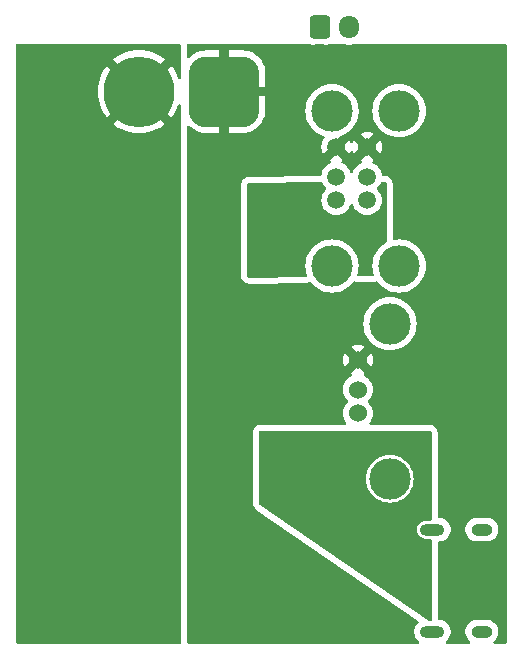
<source format=gbr>
%TF.GenerationSoftware,KiCad,Pcbnew,8.0.3*%
%TF.CreationDate,2024-06-16T21:04:04+09:00*%
%TF.ProjectId,USB_power,5553425f-706f-4776-9572-2e6b69636164,rev?*%
%TF.SameCoordinates,PX79d7e50PY830c570*%
%TF.FileFunction,Copper,L2,Bot*%
%TF.FilePolarity,Positive*%
%FSLAX46Y46*%
G04 Gerber Fmt 4.6, Leading zero omitted, Abs format (unit mm)*
G04 Created by KiCad (PCBNEW 8.0.3) date 2024-06-16 21:04:04*
%MOMM*%
%LPD*%
G01*
G04 APERTURE LIST*
G04 Aperture macros list*
%AMRoundRect*
0 Rectangle with rounded corners*
0 $1 Rounding radius*
0 $2 $3 $4 $5 $6 $7 $8 $9 X,Y pos of 4 corners*
0 Add a 4 corners polygon primitive as box body*
4,1,4,$2,$3,$4,$5,$6,$7,$8,$9,$2,$3,0*
0 Add four circle primitives for the rounded corners*
1,1,$1+$1,$2,$3*
1,1,$1+$1,$4,$5*
1,1,$1+$1,$6,$7*
1,1,$1+$1,$8,$9*
0 Add four rect primitives between the rounded corners*
20,1,$1+$1,$2,$3,$4,$5,0*
20,1,$1+$1,$4,$5,$6,$7,0*
20,1,$1+$1,$6,$7,$8,$9,0*
20,1,$1+$1,$8,$9,$2,$3,0*%
G04 Aperture macros list end*
%TA.AperFunction,ComponentPad*%
%ADD10R,1.524000X1.524000*%
%TD*%
%TA.AperFunction,ComponentPad*%
%ADD11C,1.524000*%
%TD*%
%TA.AperFunction,ComponentPad*%
%ADD12C,3.500000*%
%TD*%
%TA.AperFunction,ComponentPad*%
%ADD13O,2.100000X1.000000*%
%TD*%
%TA.AperFunction,ComponentPad*%
%ADD14O,1.800000X1.000000*%
%TD*%
%TA.AperFunction,ComponentPad*%
%ADD15RoundRect,0.250000X-0.600000X-0.725000X0.600000X-0.725000X0.600000X0.725000X-0.600000X0.725000X0*%
%TD*%
%TA.AperFunction,ComponentPad*%
%ADD16O,1.700000X1.950000*%
%TD*%
%TA.AperFunction,ComponentPad*%
%ADD17R,1.500000X1.500000*%
%TD*%
%TA.AperFunction,ComponentPad*%
%ADD18C,1.500000*%
%TD*%
%TA.AperFunction,ComponentPad*%
%ADD19RoundRect,1.500000X1.500000X1.500000X-1.500000X1.500000X-1.500000X-1.500000X1.500000X-1.500000X0*%
%TD*%
%TA.AperFunction,ComponentPad*%
%ADD20C,6.000000*%
%TD*%
%TA.AperFunction,ViaPad*%
%ADD21C,0.600000*%
%TD*%
%TA.AperFunction,ViaPad*%
%ADD22C,1.200000*%
%TD*%
G04 APERTURE END LIST*
D10*
%TO.P,J5,1,VBUS*%
%TO.N,+5V*%
X29457018Y24378482D03*
D11*
%TO.P,J5,2,D-*%
%TO.N,unconnected-(J5-D--Pad2)*%
X29457018Y26878482D03*
%TO.P,J5,3,D+*%
%TO.N,unconnected-(J5-D+-Pad3)*%
X29457018Y28878482D03*
%TO.P,J5,4,GND*%
%TO.N,GND*%
X29457018Y31378482D03*
D12*
%TO.P,J5,5,Shield*%
%TO.N,unconnected-(J5-Shield-Pad5)_0*%
X32167018Y21308482D03*
%TO.N,unconnected-(J5-Shield-Pad5)*%
X32167018Y34448482D03*
%TD*%
D13*
%TO.P,J4,S1,SHIELD*%
%TO.N,unconnected-(J4-SHIELD-PadS1)_2*%
X35762518Y8374482D03*
D14*
%TO.N,unconnected-(J4-SHIELD-PadS1)_0*%
X39942518Y8374482D03*
D13*
%TO.N,unconnected-(J4-SHIELD-PadS1)*%
X35762518Y17014482D03*
D14*
%TO.N,unconnected-(J4-SHIELD-PadS1)_1*%
X39942518Y17014482D03*
%TD*%
D15*
%TO.P,J3,1,Pin_1*%
%TO.N,GND*%
X26207518Y59557482D03*
D16*
%TO.P,J3,2,Pin_2*%
%TO.N,+BATT*%
X28707518Y59557482D03*
%TD*%
D17*
%TO.P,J2,1,VBUS1*%
%TO.N,+5VP*%
X30231518Y42412482D03*
D18*
%TO.P,J2,2,D1-*%
%TO.N,unconnected-(J2-D1--Pad2)*%
X30231518Y44912482D03*
%TO.P,J2,3,D1+*%
%TO.N,unconnected-(J2-D1+-Pad3)*%
X30231518Y46912482D03*
%TO.P,J2,4,GND1*%
%TO.N,GND*%
X30231518Y49412482D03*
%TO.P,J2,5,VBUS2*%
%TO.N,+5VP*%
X27611518Y42412482D03*
%TO.P,J2,6,D2-*%
%TO.N,unconnected-(J2-D2--Pad6)*%
X27611518Y44912482D03*
%TO.P,J2,7,D2+*%
%TO.N,unconnected-(J2-D2+-Pad7)*%
X27611518Y46912482D03*
%TO.P,J2,8,GND2*%
%TO.N,GND*%
X27611518Y49412482D03*
D12*
%TO.P,J2,9,Shield*%
%TO.N,unconnected-(J2-Shield-Pad9)*%
X32941518Y39342482D03*
%TO.N,unconnected-(J2-Shield-Pad9)_1*%
X32941518Y52482482D03*
%TO.N,unconnected-(J2-Shield-Pad9)_0*%
X27261518Y39342482D03*
%TO.N,unconnected-(J2-Shield-Pad9)_2*%
X27261518Y52482482D03*
%TD*%
D19*
%TO.P,J1,1,Pin_1*%
%TO.N,GND*%
X18127518Y54096482D03*
D20*
%TO.P,J1,2,Pin_2*%
%TO.N,+BATT*%
X10927518Y54096482D03*
%TD*%
D21*
%TO.N,GND*%
X15626518Y34284482D03*
X18293518Y26791482D03*
X18293518Y9392482D03*
X15626518Y38983482D03*
D22*
X38867518Y15107482D03*
D21*
X15753518Y17774482D03*
D22*
X37216518Y10154482D03*
D21*
X18293518Y28442482D03*
X15753518Y28442482D03*
D22*
X37191118Y15107482D03*
X38867518Y10154482D03*
D21*
X18293518Y8122482D03*
D22*
X29723518Y8630482D03*
D21*
X23373518Y28442482D03*
X15753518Y26791482D03*
D22*
X40645518Y10154482D03*
D21*
X15626518Y35935482D03*
D22*
X33279518Y8630482D03*
X40645518Y15107482D03*
X31501518Y8630482D03*
D21*
X15753518Y19298482D03*
X19817518Y8122482D03*
X15753518Y16250482D03*
X15753518Y14726482D03*
X15626518Y37459482D03*
X25913518Y28442482D03*
D22*
X21214518Y14853482D03*
%TO.N,+5V*%
X33279518Y11932482D03*
D21*
X33406518Y16123482D03*
X33406518Y17901482D03*
D22*
X24135518Y20568482D03*
X26040518Y20568482D03*
D21*
X31247518Y16123482D03*
D22*
X33279518Y14345482D03*
X22230518Y20568482D03*
D21*
X31247518Y17901482D03*
%TO.N,+BATT*%
X1275518Y51302482D03*
X7117518Y24632482D03*
X1275518Y13202482D03*
X1275518Y10662482D03*
X3815518Y20822482D03*
X3815518Y18282482D03*
X9149518Y28442482D03*
X7117518Y26664482D03*
X1275518Y23362482D03*
X3815518Y15742482D03*
X1275518Y18282482D03*
X3815518Y48762482D03*
X11181518Y28442482D03*
X1275518Y15742482D03*
X3815518Y10662482D03*
X1275518Y28442482D03*
X3815518Y25902482D03*
X3815518Y13202482D03*
X3815518Y30982482D03*
X1275518Y41142482D03*
X3815518Y38602482D03*
X3815518Y41142482D03*
X1275518Y36062482D03*
X1275518Y33522482D03*
X3815518Y23362482D03*
X9149518Y26664482D03*
X3815518Y43682482D03*
X1275518Y43682482D03*
X1275518Y38602482D03*
X1275518Y53842482D03*
X11181518Y26664482D03*
X1275518Y20822482D03*
X3815518Y46222482D03*
X1275518Y30982482D03*
X1275518Y46222482D03*
X3815518Y28442482D03*
X1275518Y25902482D03*
X3815518Y36062482D03*
X1275518Y48762482D03*
X1275518Y56382482D03*
X3815518Y33522482D03*
%TO.N,+5VP*%
X20579518Y43809482D03*
X22040018Y42285482D03*
X22040018Y43809482D03*
X23500518Y43809482D03*
X23500518Y42285482D03*
X20579518Y42285482D03*
%TD*%
%TA.AperFunction,Conductor*%
%TO.N,GND*%
G36*
X25281428Y58150059D02*
G01*
X25281540Y58150396D01*
X25284845Y58149301D01*
X25286802Y58148867D01*
X25288393Y58148126D01*
X25454820Y58092977D01*
X25454827Y58092976D01*
X25557537Y58082483D01*
X25807517Y58082483D01*
X25807518Y58082484D01*
X25807518Y58160482D01*
X26607518Y58160482D01*
X26607518Y58082483D01*
X26857490Y58082483D01*
X26857504Y58082484D01*
X26960215Y58092977D01*
X27126642Y58148125D01*
X27128234Y58148867D01*
X27130190Y58149301D01*
X27133496Y58150396D01*
X27133607Y58150059D01*
X27180633Y58160482D01*
X28232383Y58160482D01*
X28270701Y58154413D01*
X28391275Y58115236D01*
X28601231Y58081982D01*
X28601232Y58081982D01*
X28813804Y58081982D01*
X28813805Y58081982D01*
X29023761Y58115236D01*
X29144335Y58154413D01*
X29182653Y58160482D01*
X41926018Y58160482D01*
X41993057Y58140797D01*
X42038812Y58087993D01*
X42050018Y58036482D01*
X42050018Y7484482D01*
X42030333Y7417443D01*
X41977529Y7371688D01*
X41926018Y7360482D01*
X41034586Y7360482D01*
X40967547Y7380167D01*
X40921792Y7432971D01*
X40911848Y7502129D01*
X40940873Y7565685D01*
X40965696Y7587584D01*
X40976372Y7594719D01*
X40980300Y7597343D01*
X41119657Y7736700D01*
X41229150Y7900568D01*
X41304569Y8082647D01*
X41343018Y8275941D01*
X41343018Y8473023D01*
X41343018Y8473026D01*
X41304570Y8666312D01*
X41304569Y8666313D01*
X41304569Y8666317D01*
X41304567Y8666322D01*
X41229153Y8848390D01*
X41229146Y8848403D01*
X41119657Y9012264D01*
X41119654Y9012268D01*
X40980303Y9151619D01*
X40980299Y9151622D01*
X40816438Y9261111D01*
X40816425Y9261118D01*
X40634357Y9336532D01*
X40634347Y9336535D01*
X40441061Y9374982D01*
X40441059Y9374982D01*
X39443977Y9374982D01*
X39443975Y9374982D01*
X39250688Y9336535D01*
X39250678Y9336532D01*
X39068610Y9261118D01*
X39068597Y9261111D01*
X38904736Y9151622D01*
X38904732Y9151619D01*
X38765381Y9012268D01*
X38765378Y9012264D01*
X38655889Y8848403D01*
X38655882Y8848390D01*
X38580468Y8666322D01*
X38580465Y8666312D01*
X38542018Y8473026D01*
X38542018Y8473023D01*
X38542018Y8275941D01*
X38542018Y8275939D01*
X38542017Y8275939D01*
X38580465Y8082653D01*
X38580468Y8082643D01*
X38655882Y7900575D01*
X38655889Y7900562D01*
X38765378Y7736701D01*
X38765381Y7736697D01*
X38904732Y7597346D01*
X38904740Y7597340D01*
X38919340Y7587584D01*
X38964146Y7533972D01*
X38972853Y7464647D01*
X38942699Y7401620D01*
X38883256Y7364900D01*
X38850450Y7360482D01*
X37004586Y7360482D01*
X36937547Y7380167D01*
X36891792Y7432971D01*
X36881848Y7502129D01*
X36910873Y7565685D01*
X36935696Y7587584D01*
X36946372Y7594719D01*
X36950300Y7597343D01*
X37089657Y7736700D01*
X37199150Y7900568D01*
X37274569Y8082647D01*
X37313018Y8275941D01*
X37313018Y8473023D01*
X37313018Y8473026D01*
X37274570Y8666312D01*
X37274569Y8666313D01*
X37274569Y8666317D01*
X37274567Y8666322D01*
X37199153Y8848390D01*
X37199146Y8848403D01*
X37089657Y9012264D01*
X37089654Y9012268D01*
X36950303Y9151619D01*
X36950299Y9151622D01*
X36786438Y9261111D01*
X36786425Y9261118D01*
X36604357Y9336532D01*
X36604347Y9336535D01*
X36411061Y9374982D01*
X36411059Y9374982D01*
X36322018Y9374982D01*
X36254979Y9394667D01*
X36209224Y9447471D01*
X36198018Y9498982D01*
X36198018Y15889982D01*
X36217703Y15957021D01*
X36270507Y16002776D01*
X36322018Y16013982D01*
X36411061Y16013982D01*
X36541100Y16039850D01*
X36604353Y16052431D01*
X36786432Y16127850D01*
X36950300Y16237343D01*
X37089657Y16376700D01*
X37199150Y16540568D01*
X37274569Y16722647D01*
X37313018Y16915939D01*
X38542017Y16915939D01*
X38580465Y16722653D01*
X38580468Y16722643D01*
X38655882Y16540575D01*
X38655889Y16540562D01*
X38765378Y16376701D01*
X38765381Y16376697D01*
X38904732Y16237346D01*
X38904736Y16237343D01*
X39068597Y16127854D01*
X39068610Y16127847D01*
X39250678Y16052433D01*
X39250683Y16052431D01*
X39250687Y16052431D01*
X39250688Y16052430D01*
X39443974Y16013982D01*
X39443977Y16013982D01*
X40441061Y16013982D01*
X40571100Y16039850D01*
X40634353Y16052431D01*
X40816432Y16127850D01*
X40980300Y16237343D01*
X41119657Y16376700D01*
X41229150Y16540568D01*
X41304569Y16722647D01*
X41343018Y16915941D01*
X41343018Y17113023D01*
X41343018Y17113026D01*
X41304570Y17306312D01*
X41304569Y17306313D01*
X41304569Y17306317D01*
X41304567Y17306322D01*
X41229153Y17488390D01*
X41229146Y17488403D01*
X41119657Y17652264D01*
X41119654Y17652268D01*
X40980303Y17791619D01*
X40980299Y17791622D01*
X40816438Y17901111D01*
X40816425Y17901118D01*
X40634357Y17976532D01*
X40634347Y17976535D01*
X40441061Y18014982D01*
X40441059Y18014982D01*
X39443977Y18014982D01*
X39443975Y18014982D01*
X39250688Y17976535D01*
X39250678Y17976532D01*
X39068610Y17901118D01*
X39068597Y17901111D01*
X38904736Y17791622D01*
X38904732Y17791619D01*
X38765381Y17652268D01*
X38765378Y17652264D01*
X38655889Y17488403D01*
X38655882Y17488390D01*
X38580468Y17306322D01*
X38580465Y17306312D01*
X38542018Y17113026D01*
X38542018Y17113023D01*
X38542018Y16915941D01*
X38542018Y16915939D01*
X38542017Y16915939D01*
X37313018Y16915939D01*
X37313018Y16915941D01*
X37313018Y17113023D01*
X37313018Y17113026D01*
X37274570Y17306312D01*
X37274569Y17306313D01*
X37274569Y17306317D01*
X37274567Y17306322D01*
X37199153Y17488390D01*
X37199146Y17488403D01*
X37089657Y17652264D01*
X37089654Y17652268D01*
X36950303Y17791619D01*
X36950299Y17791622D01*
X36786438Y17901111D01*
X36786425Y17901118D01*
X36604357Y17976532D01*
X36604347Y17976535D01*
X36411061Y18014982D01*
X36411059Y18014982D01*
X36322018Y18014982D01*
X36254979Y18034667D01*
X36209224Y18087471D01*
X36198018Y18138982D01*
X36198018Y25270472D01*
X36198018Y25270482D01*
X36186465Y25377938D01*
X36175259Y25429449D01*
X36175155Y25429760D01*
X36141134Y25531980D01*
X36141131Y25531986D01*
X36063346Y25653020D01*
X36063343Y25653025D01*
X36063338Y25653031D01*
X36017594Y25705823D01*
X36017590Y25705826D01*
X36017588Y25705829D01*
X35908854Y25800049D01*
X35908851Y25800051D01*
X35908849Y25800052D01*
X35777983Y25859818D01*
X35777978Y25859820D01*
X35777977Y25859820D01*
X35710938Y25879505D01*
X35710940Y25879505D01*
X35710935Y25879506D01*
X35648865Y25888430D01*
X35568518Y25899982D01*
X35568516Y25899982D01*
X30551296Y25899982D01*
X30484257Y25919667D01*
X30438502Y25972471D01*
X30428558Y26041629D01*
X30449721Y26095105D01*
X30554549Y26244816D01*
X30554548Y26244816D01*
X30554552Y26244820D01*
X30647912Y26445032D01*
X30705088Y26658414D01*
X30724341Y26878482D01*
X30705088Y27098550D01*
X30647912Y27311932D01*
X30554552Y27512143D01*
X30427844Y27693102D01*
X30427842Y27693105D01*
X30330145Y27790802D01*
X30296660Y27852125D01*
X30301644Y27921817D01*
X30330141Y27966160D01*
X30427844Y28063862D01*
X30554552Y28244820D01*
X30647912Y28445032D01*
X30705088Y28658414D01*
X30724341Y28878482D01*
X30705088Y29098550D01*
X30647912Y29311932D01*
X30554552Y29512143D01*
X30427844Y29693102D01*
X30271638Y29849308D01*
X30271634Y29849311D01*
X30271633Y29849312D01*
X30090684Y29976014D01*
X30090681Y29976016D01*
X30090680Y29976016D01*
X30042709Y29998386D01*
X30004126Y30016377D01*
X29951687Y30062550D01*
X29932535Y30129743D01*
X29952751Y30196624D01*
X30004127Y30241142D01*
X30020867Y30248948D01*
X29457019Y30812797D01*
X29457018Y30812797D01*
X28893166Y30248947D01*
X28909909Y30241140D01*
X28962348Y30194968D01*
X28981500Y30127774D01*
X28961284Y30060893D01*
X28909909Y30016376D01*
X28823358Y29976017D01*
X28823356Y29976016D01*
X28642395Y29849307D01*
X28486193Y29693105D01*
X28359484Y29512144D01*
X28359483Y29512142D01*
X28266125Y29311934D01*
X28266122Y29311928D01*
X28208948Y29098553D01*
X28208947Y29098545D01*
X28189695Y28878485D01*
X28189695Y28878480D01*
X28208947Y28658420D01*
X28208948Y28658412D01*
X28266122Y28445037D01*
X28266123Y28445035D01*
X28266124Y28445032D01*
X28359484Y28244820D01*
X28359486Y28244816D01*
X28486188Y28063867D01*
X28486193Y28063861D01*
X28583890Y27966164D01*
X28617375Y27904841D01*
X28612391Y27835149D01*
X28583891Y27790802D01*
X28486190Y27693101D01*
X28359484Y27512144D01*
X28359483Y27512142D01*
X28266125Y27311934D01*
X28266122Y27311928D01*
X28208948Y27098553D01*
X28208947Y27098545D01*
X28189695Y26878485D01*
X28189695Y26878480D01*
X28208947Y26658420D01*
X28208948Y26658412D01*
X28266122Y26445037D01*
X28266123Y26445035D01*
X28266124Y26445032D01*
X28359484Y26244820D01*
X28359486Y26244816D01*
X28464315Y26095105D01*
X28486642Y26028899D01*
X28469632Y25961132D01*
X28418684Y25913319D01*
X28362740Y25899982D01*
X21211518Y25899982D01*
X21211509Y25899982D01*
X21211508Y25899981D01*
X21104067Y25888430D01*
X21104055Y25888428D01*
X21052545Y25877222D01*
X20950020Y25843099D01*
X20950014Y25843096D01*
X20828980Y25765311D01*
X20828969Y25765303D01*
X20776177Y25719559D01*
X20681951Y25610818D01*
X20681948Y25610814D01*
X20622182Y25479948D01*
X20602494Y25412900D01*
X20597467Y25377933D01*
X20582020Y25270492D01*
X20582018Y25270481D01*
X20582018Y19236739D01*
X20591978Y19136885D01*
X20601656Y19088859D01*
X20631143Y18992946D01*
X20705172Y18869580D01*
X20738642Y18828467D01*
X20743201Y18821000D01*
X20749287Y18815391D01*
X20749287Y18815390D01*
X20855079Y18717873D01*
X34535665Y9319907D01*
X34579775Y9265724D01*
X34587590Y9196292D01*
X34556627Y9133658D01*
X34553134Y9130020D01*
X34435378Y9012264D01*
X34325889Y8848403D01*
X34325882Y8848390D01*
X34250468Y8666322D01*
X34250465Y8666312D01*
X34212018Y8473026D01*
X34212018Y8473023D01*
X34212018Y8275941D01*
X34212018Y8275939D01*
X34212017Y8275939D01*
X34250465Y8082653D01*
X34250468Y8082643D01*
X34325882Y7900575D01*
X34325889Y7900562D01*
X34435378Y7736701D01*
X34435381Y7736697D01*
X34574732Y7597346D01*
X34574740Y7597340D01*
X34589340Y7587584D01*
X34634146Y7533972D01*
X34642853Y7464647D01*
X34612699Y7401620D01*
X34553256Y7364900D01*
X34520450Y7360482D01*
X15115518Y7360482D01*
X15048479Y7380167D01*
X15002724Y7432971D01*
X14991518Y7484482D01*
X14991518Y31378483D01*
X28190197Y31378483D01*
X28190197Y31378482D01*
X28209442Y31158506D01*
X28209444Y31158496D01*
X28266593Y30945212D01*
X28266598Y30945198D01*
X28327481Y30814632D01*
X28327482Y30814632D01*
X28891333Y31378482D01*
X28891333Y31378483D01*
X28830774Y31439042D01*
X28997018Y31439042D01*
X28997018Y31317922D01*
X29028367Y31200929D01*
X29088927Y31096036D01*
X29174572Y31010391D01*
X29279465Y30949831D01*
X29396458Y30918482D01*
X29517578Y30918482D01*
X29634571Y30949831D01*
X29739464Y31010391D01*
X29825109Y31096036D01*
X29885669Y31200929D01*
X29917018Y31317922D01*
X29917018Y31378483D01*
X30022703Y31378483D01*
X30022703Y31378482D01*
X30586552Y30814633D01*
X30647438Y30945203D01*
X30647442Y30945212D01*
X30704591Y31158496D01*
X30704593Y31158506D01*
X30723839Y31378482D01*
X30723839Y31378483D01*
X30704593Y31598459D01*
X30704591Y31598469D01*
X30647442Y31811753D01*
X30647438Y31811762D01*
X30586552Y31942333D01*
X30022703Y31378483D01*
X29917018Y31378483D01*
X29917018Y31439042D01*
X29885669Y31556035D01*
X29825109Y31660928D01*
X29739464Y31746573D01*
X29634571Y31807133D01*
X29517578Y31838482D01*
X29396458Y31838482D01*
X29279465Y31807133D01*
X29174572Y31746573D01*
X29088927Y31660928D01*
X29028367Y31556035D01*
X28997018Y31439042D01*
X28830774Y31439042D01*
X28327481Y31942334D01*
X28266594Y31811755D01*
X28209444Y31598469D01*
X28209442Y31598459D01*
X28190197Y31378483D01*
X14991518Y31378483D01*
X14991518Y32508019D01*
X28893166Y32508019D01*
X29457018Y31944167D01*
X29457019Y31944167D01*
X30020868Y32508018D01*
X30020868Y32508019D01*
X29890302Y32568902D01*
X29890288Y32568907D01*
X29677004Y32626056D01*
X29676994Y32626058D01*
X29457019Y32645303D01*
X29457017Y32645303D01*
X29237041Y32626058D01*
X29237031Y32626056D01*
X29023745Y32568906D01*
X28893166Y32508019D01*
X14991518Y32508019D01*
X14991518Y34448490D01*
X29911689Y34448490D01*
X29911689Y34448475D01*
X29930982Y34154119D01*
X29930983Y34154109D01*
X29930984Y34154102D01*
X29930986Y34154092D01*
X29988536Y33864766D01*
X29988539Y33864752D01*
X30083367Y33585402D01*
X30213843Y33320822D01*
X30213847Y33320815D01*
X30377743Y33075527D01*
X30572259Y32853724D01*
X30794062Y32659208D01*
X30843675Y32626058D01*
X31039353Y32495310D01*
X31303941Y32364830D01*
X31583296Y32270001D01*
X31872638Y32212448D01*
X31900906Y32210596D01*
X32167011Y32193153D01*
X32167018Y32193153D01*
X32167025Y32193153D01*
X32402693Y32208601D01*
X32461398Y32212448D01*
X32750740Y32270001D01*
X33030095Y32364830D01*
X33294683Y32495310D01*
X33539975Y32659209D01*
X33761776Y32853724D01*
X33956291Y33075525D01*
X34120190Y33320817D01*
X34250670Y33585405D01*
X34345499Y33864760D01*
X34403052Y34154102D01*
X34422347Y34448482D01*
X34422347Y34448490D01*
X34403053Y34742846D01*
X34403052Y34742862D01*
X34345499Y35032204D01*
X34250670Y35311559D01*
X34120190Y35576146D01*
X33956291Y35821439D01*
X33913673Y35870035D01*
X33761776Y36043241D01*
X33539973Y36237757D01*
X33294685Y36401653D01*
X33294678Y36401657D01*
X33030098Y36532133D01*
X32750748Y36626961D01*
X32750742Y36626963D01*
X32750740Y36626963D01*
X32461398Y36684516D01*
X32461391Y36684517D01*
X32461381Y36684518D01*
X32167025Y36703811D01*
X32167011Y36703811D01*
X31872654Y36684518D01*
X31872642Y36684517D01*
X31872638Y36684516D01*
X31872630Y36684515D01*
X31872627Y36684514D01*
X31583301Y36626964D01*
X31583287Y36626961D01*
X31303937Y36532133D01*
X31039352Y36401654D01*
X30794059Y36237754D01*
X30572259Y36043241D01*
X30377746Y35821441D01*
X30213846Y35576148D01*
X30083367Y35311563D01*
X29988539Y35032213D01*
X29988536Y35032199D01*
X29930986Y34742873D01*
X29930982Y34742846D01*
X29911689Y34448490D01*
X14991518Y34448490D01*
X14991518Y46226808D01*
X19566018Y46226808D01*
X19566018Y38473815D01*
X19578154Y38363721D01*
X19589922Y38310993D01*
X19625748Y38206178D01*
X19685846Y38114841D01*
X19704834Y38085982D01*
X19740464Y38045745D01*
X19751153Y38033674D01*
X19860895Y37940627D01*
X19992404Y37882268D01*
X19992407Y37882267D01*
X20018031Y37875042D01*
X20056871Y37864089D01*
X20058736Y37863516D01*
X20059660Y37863302D01*
X20202269Y37844361D01*
X20202274Y37844361D01*
X20202286Y37844359D01*
X25037929Y37896355D01*
X25081746Y37898731D01*
X25086665Y37899213D01*
X25103143Y37900825D01*
X25118453Y37902999D01*
X25146622Y37906998D01*
X25282866Y37953248D01*
X25337871Y37981194D01*
X25406554Y37994008D01*
X25471264Y37967656D01*
X25487259Y37952405D01*
X25494195Y37944496D01*
X25666759Y37747724D01*
X25888561Y37553209D01*
X26133853Y37389310D01*
X26398441Y37258830D01*
X26677796Y37164001D01*
X26967138Y37106448D01*
X26995406Y37104596D01*
X27261511Y37087153D01*
X27261518Y37087153D01*
X27261525Y37087153D01*
X27497193Y37102601D01*
X27555898Y37106448D01*
X27845240Y37164001D01*
X28124595Y37258830D01*
X28389183Y37389310D01*
X28634475Y37553209D01*
X28856276Y37747724D01*
X28957636Y37863302D01*
X29050785Y37969518D01*
X29050785Y37969519D01*
X29050791Y37969525D01*
X29057598Y37979713D01*
X29111206Y38024519D01*
X29180531Y38033229D01*
X29210992Y38024168D01*
X29305106Y37982404D01*
X29372353Y37963441D01*
X29372357Y37963440D01*
X29514984Y37944496D01*
X30697271Y37957209D01*
X30741090Y37959585D01*
X30762499Y37961681D01*
X30805956Y37967851D01*
X30942201Y38014099D01*
X30978658Y38032621D01*
X31047342Y38045434D01*
X31112051Y38019081D01*
X31137923Y37990959D01*
X31144448Y37981193D01*
X31152245Y37969525D01*
X31207080Y37906998D01*
X31346759Y37747724D01*
X31568561Y37553209D01*
X31813853Y37389310D01*
X32078441Y37258830D01*
X32357796Y37164001D01*
X32647138Y37106448D01*
X32675406Y37104596D01*
X32941511Y37087153D01*
X32941518Y37087153D01*
X32941525Y37087153D01*
X33177193Y37102601D01*
X33235898Y37106448D01*
X33525240Y37164001D01*
X33804595Y37258830D01*
X34069183Y37389310D01*
X34314475Y37553209D01*
X34536276Y37747724D01*
X34730791Y37969525D01*
X34894690Y38214817D01*
X35025170Y38479405D01*
X35119999Y38758760D01*
X35177552Y39048102D01*
X35196847Y39342482D01*
X35196847Y39342490D01*
X35177553Y39636846D01*
X35177552Y39636862D01*
X35119999Y39926204D01*
X35025170Y40205559D01*
X34894690Y40470146D01*
X34730791Y40715439D01*
X34688173Y40764035D01*
X34536276Y40937241D01*
X34314473Y41131757D01*
X34069185Y41295653D01*
X34069178Y41295657D01*
X33804598Y41426133D01*
X33525248Y41520961D01*
X33525242Y41520963D01*
X33525240Y41520963D01*
X33235898Y41578516D01*
X33235891Y41578517D01*
X33235881Y41578518D01*
X32941525Y41597811D01*
X32941511Y41597811D01*
X32647148Y41578518D01*
X32647138Y41578516D01*
X32536207Y41556452D01*
X32466616Y41562680D01*
X32411440Y41605543D01*
X32388196Y41671433D01*
X32388018Y41678069D01*
X32388018Y46351133D01*
X32388017Y46351151D01*
X32386024Y46369229D01*
X32375881Y46461248D01*
X32364115Y46513969D01*
X32328287Y46618787D01*
X32328287Y46618788D01*
X32288744Y46678885D01*
X32249202Y46738983D01*
X32202882Y46791292D01*
X32093144Y46884336D01*
X32093142Y46884337D01*
X32093141Y46884338D01*
X31961629Y46942698D01*
X31897196Y46960868D01*
X31895306Y46961449D01*
X31894377Y46961664D01*
X31751768Y46980605D01*
X31751755Y46980606D01*
X31751752Y46980606D01*
X31730512Y46980378D01*
X31595939Y46978931D01*
X31528692Y46997894D01*
X31482373Y47050203D01*
X31471079Y47092118D01*
X31467725Y47130458D01*
X31467724Y47130462D01*
X31411095Y47341805D01*
X31411094Y47341808D01*
X31411093Y47341812D01*
X31318620Y47540120D01*
X31318618Y47540123D01*
X31318617Y47540125D01*
X31193117Y47719358D01*
X31193114Y47719361D01*
X31038395Y47874080D01*
X30859157Y47999584D01*
X30859158Y47999584D01*
X30859156Y47999585D01*
X30750232Y48050377D01*
X30697793Y48096550D01*
X30678641Y48163743D01*
X30698857Y48230624D01*
X30750233Y48275141D01*
X30786338Y48291977D01*
X30231519Y48846797D01*
X30231518Y48846797D01*
X29676696Y48291977D01*
X29712802Y48275141D01*
X29765242Y48228969D01*
X29784394Y48161776D01*
X29764179Y48094894D01*
X29712804Y48050377D01*
X29603876Y47999582D01*
X29603875Y47999582D01*
X29424639Y47874080D01*
X29269920Y47719361D01*
X29144418Y47540125D01*
X29144416Y47540121D01*
X29051944Y47341814D01*
X29051941Y47341808D01*
X29041293Y47302066D01*
X29004928Y47242406D01*
X28942081Y47211877D01*
X28872705Y47220172D01*
X28818828Y47264657D01*
X28801743Y47302066D01*
X28791094Y47341808D01*
X28791093Y47341812D01*
X28698620Y47540120D01*
X28698618Y47540123D01*
X28698617Y47540125D01*
X28573117Y47719358D01*
X28573114Y47719361D01*
X28418395Y47874080D01*
X28239157Y47999584D01*
X28239158Y47999584D01*
X28239156Y47999585D01*
X28130232Y48050377D01*
X28077793Y48096550D01*
X28058641Y48163743D01*
X28078857Y48230624D01*
X28130233Y48275141D01*
X28166338Y48291977D01*
X27611519Y48846797D01*
X27611518Y48846797D01*
X27056696Y48291977D01*
X27092802Y48275141D01*
X27145242Y48228969D01*
X27164394Y48161776D01*
X27144179Y48094894D01*
X27092804Y48050377D01*
X26983876Y47999582D01*
X26983875Y47999582D01*
X26804639Y47874080D01*
X26649920Y47719361D01*
X26524418Y47540125D01*
X26524416Y47540121D01*
X26431944Y47341814D01*
X26431940Y47341805D01*
X26375312Y47130465D01*
X26375310Y47130455D01*
X26366922Y47034576D01*
X26341469Y46969507D01*
X26284878Y46928529D01*
X26244727Y46921391D01*
X20188739Y46856272D01*
X20188731Y46856272D01*
X20084074Y46844163D01*
X20084052Y46844159D01*
X20033898Y46832965D01*
X20033894Y46832964D01*
X19934012Y46799422D01*
X19934009Y46799420D01*
X19812980Y46721639D01*
X19812969Y46721630D01*
X19760177Y46675886D01*
X19665951Y46567145D01*
X19665948Y46567141D01*
X19606182Y46436275D01*
X19586494Y46369227D01*
X19566018Y46226808D01*
X14991518Y46226808D01*
X14991518Y51104692D01*
X15011203Y51171731D01*
X15064007Y51217486D01*
X15133165Y51227430D01*
X15196721Y51198405D01*
X15203199Y51192373D01*
X15314440Y51081132D01*
X15314452Y51081122D01*
X15543478Y50909675D01*
X15543479Y50909674D01*
X15794560Y50772574D01*
X15794559Y50772574D01*
X16062622Y50672592D01*
X16342155Y50611783D01*
X16556081Y50596483D01*
X16556084Y50596482D01*
X17727518Y50596482D01*
X17727518Y51879728D01*
X17980045Y51846482D01*
X18274991Y51846482D01*
X18527518Y51879728D01*
X18527518Y50596482D01*
X19698952Y50596482D01*
X19698954Y50596483D01*
X19912880Y50611783D01*
X20192413Y50672592D01*
X20460476Y50772574D01*
X20711556Y50909674D01*
X20711557Y50909675D01*
X20940583Y51081122D01*
X20940595Y51081132D01*
X21142868Y51283405D01*
X21142878Y51283417D01*
X21314325Y51512443D01*
X21314326Y51512444D01*
X21451426Y51763524D01*
X21551408Y52031587D01*
X21612217Y52311120D01*
X21624473Y52482490D01*
X25006189Y52482490D01*
X25006189Y52482475D01*
X25025482Y52188119D01*
X25025483Y52188109D01*
X25025484Y52188102D01*
X25025486Y52188092D01*
X25083036Y51898766D01*
X25083039Y51898752D01*
X25177867Y51619402D01*
X25308343Y51354822D01*
X25308347Y51354815D01*
X25472243Y51109527D01*
X25666759Y50887724D01*
X25888562Y50693208D01*
X26033323Y50596482D01*
X26133853Y50529310D01*
X26398441Y50398830D01*
X26510965Y50360633D01*
X26547122Y50348359D01*
X26604276Y50308170D01*
X26630629Y50243461D01*
X26617814Y50174776D01*
X26608838Y50159817D01*
X26524854Y50039874D01*
X26524851Y50039870D01*
X26432416Y49841642D01*
X26432412Y49841633D01*
X26375807Y49630377D01*
X26375805Y49630367D01*
X26356743Y49412483D01*
X26356743Y49412482D01*
X26375805Y49194598D01*
X26375807Y49194588D01*
X26432412Y48983332D01*
X26432416Y48983323D01*
X26491012Y48857663D01*
X27168035Y49534687D01*
X27151518Y49473042D01*
X27151518Y49351922D01*
X27182867Y49234929D01*
X27243427Y49130036D01*
X27329072Y49044391D01*
X27433965Y48983831D01*
X27550958Y48952482D01*
X27672078Y48952482D01*
X27789071Y48983831D01*
X27893964Y49044391D01*
X27979609Y49130036D01*
X28040169Y49234929D01*
X28071518Y49351922D01*
X28071518Y49412482D01*
X28177203Y49412482D01*
X28732023Y48857662D01*
X28790620Y48983323D01*
X28790623Y48983332D01*
X28801743Y49024832D01*
X28838107Y49084492D01*
X28900954Y49115022D01*
X28970330Y49106728D01*
X29024208Y49062243D01*
X29041293Y49024832D01*
X29052412Y48983332D01*
X29052416Y48983323D01*
X29111012Y48857663D01*
X29665832Y49412482D01*
X29605272Y49473042D01*
X29771518Y49473042D01*
X29771518Y49351922D01*
X29802867Y49234929D01*
X29863427Y49130036D01*
X29949072Y49044391D01*
X30053965Y48983831D01*
X30170958Y48952482D01*
X30292078Y48952482D01*
X30409071Y48983831D01*
X30513964Y49044391D01*
X30599609Y49130036D01*
X30660169Y49234929D01*
X30691518Y49351922D01*
X30691518Y49412482D01*
X30797203Y49412482D01*
X31352023Y48857662D01*
X31410620Y48983323D01*
X31410623Y48983332D01*
X31467228Y49194588D01*
X31467230Y49194598D01*
X31486293Y49412482D01*
X31486293Y49412483D01*
X31467230Y49630367D01*
X31467228Y49630377D01*
X31410623Y49841633D01*
X31410620Y49841642D01*
X31352023Y49967303D01*
X30797203Y49412482D01*
X30691518Y49412482D01*
X30691518Y49473042D01*
X30660169Y49590035D01*
X30599609Y49694928D01*
X30513964Y49780573D01*
X30409071Y49841133D01*
X30292078Y49872482D01*
X30170958Y49872482D01*
X30053965Y49841133D01*
X29949072Y49780573D01*
X29863427Y49694928D01*
X29802867Y49590035D01*
X29771518Y49473042D01*
X29605272Y49473042D01*
X29111012Y49967302D01*
X29052416Y49841642D01*
X29052412Y49841633D01*
X29041293Y49800133D01*
X29004928Y49740472D01*
X28942081Y49709943D01*
X28872706Y49718238D01*
X28818828Y49762723D01*
X28801743Y49800133D01*
X28790623Y49841633D01*
X28790620Y49841642D01*
X28732023Y49967303D01*
X28177203Y49412482D01*
X28071518Y49412482D01*
X28071518Y49473042D01*
X28040169Y49590035D01*
X27979609Y49694928D01*
X27893964Y49780573D01*
X27789071Y49841133D01*
X27672078Y49872482D01*
X27550958Y49872482D01*
X27489313Y49855965D01*
X27611517Y49978167D01*
X27964241Y50330894D01*
X28012059Y50360630D01*
X28124595Y50398830D01*
X28389183Y50529310D01*
X28394688Y50532988D01*
X29676698Y50532988D01*
X30231518Y49978168D01*
X30786337Y50532988D01*
X30660677Y50591584D01*
X30660668Y50591588D01*
X30449412Y50648193D01*
X30449402Y50648195D01*
X30231519Y50667257D01*
X30231517Y50667257D01*
X30013633Y50648195D01*
X30013623Y50648193D01*
X29802367Y50591588D01*
X29802358Y50591584D01*
X29676698Y50532988D01*
X28394688Y50532988D01*
X28634475Y50693209D01*
X28856276Y50887724D01*
X29050791Y51109525D01*
X29214690Y51354817D01*
X29345170Y51619405D01*
X29439999Y51898760D01*
X29497552Y52188102D01*
X29505615Y52311120D01*
X29516847Y52482475D01*
X29516847Y52482490D01*
X30686189Y52482490D01*
X30686189Y52482475D01*
X30705482Y52188119D01*
X30705483Y52188109D01*
X30705484Y52188102D01*
X30705486Y52188092D01*
X30763036Y51898766D01*
X30763039Y51898752D01*
X30857867Y51619402D01*
X30988343Y51354822D01*
X30988347Y51354815D01*
X31152243Y51109527D01*
X31346759Y50887724D01*
X31568562Y50693208D01*
X31713323Y50596482D01*
X31813853Y50529310D01*
X32078441Y50398830D01*
X32357796Y50304001D01*
X32647138Y50246448D01*
X32675406Y50244596D01*
X32941511Y50227153D01*
X32941518Y50227153D01*
X32941525Y50227153D01*
X33190326Y50243461D01*
X33235898Y50246448D01*
X33525240Y50304001D01*
X33804595Y50398830D01*
X34069183Y50529310D01*
X34314475Y50693209D01*
X34536276Y50887724D01*
X34730791Y51109525D01*
X34894690Y51354817D01*
X35025170Y51619405D01*
X35119999Y51898760D01*
X35177552Y52188102D01*
X35185615Y52311120D01*
X35196847Y52482475D01*
X35196847Y52482490D01*
X35177553Y52776846D01*
X35177552Y52776862D01*
X35119999Y53066204D01*
X35025170Y53345559D01*
X34894690Y53610146D01*
X34730791Y53855439D01*
X34648732Y53949009D01*
X34536276Y54077241D01*
X34314473Y54271757D01*
X34069185Y54435653D01*
X34069178Y54435657D01*
X33804598Y54566133D01*
X33525248Y54660961D01*
X33525242Y54660963D01*
X33525240Y54660963D01*
X33235898Y54718516D01*
X33235891Y54718517D01*
X33235881Y54718518D01*
X32941525Y54737811D01*
X32941511Y54737811D01*
X32647154Y54718518D01*
X32647142Y54718517D01*
X32647138Y54718516D01*
X32647130Y54718515D01*
X32647127Y54718514D01*
X32357801Y54660964D01*
X32357787Y54660961D01*
X32078437Y54566133D01*
X31813852Y54435654D01*
X31568559Y54271754D01*
X31346759Y54077241D01*
X31152246Y53855441D01*
X30988346Y53610148D01*
X30857867Y53345563D01*
X30763039Y53066213D01*
X30763036Y53066199D01*
X30705486Y52776873D01*
X30705482Y52776846D01*
X30686189Y52482490D01*
X29516847Y52482490D01*
X29497553Y52776846D01*
X29497552Y52776862D01*
X29439999Y53066204D01*
X29345170Y53345559D01*
X29214690Y53610146D01*
X29050791Y53855439D01*
X28968732Y53949009D01*
X28856276Y54077241D01*
X28634473Y54271757D01*
X28389185Y54435653D01*
X28389178Y54435657D01*
X28124598Y54566133D01*
X27845248Y54660961D01*
X27845242Y54660963D01*
X27845240Y54660963D01*
X27555898Y54718516D01*
X27555891Y54718517D01*
X27555881Y54718518D01*
X27261525Y54737811D01*
X27261511Y54737811D01*
X26967154Y54718518D01*
X26967142Y54718517D01*
X26967138Y54718516D01*
X26967130Y54718515D01*
X26967127Y54718514D01*
X26677801Y54660964D01*
X26677787Y54660961D01*
X26398437Y54566133D01*
X26133852Y54435654D01*
X25888559Y54271754D01*
X25666759Y54077241D01*
X25472246Y53855441D01*
X25308346Y53610148D01*
X25177867Y53345563D01*
X25083039Y53066213D01*
X25083036Y53066199D01*
X25025486Y52776873D01*
X25025482Y52776846D01*
X25006189Y52482490D01*
X21624473Y52482490D01*
X21627517Y52525046D01*
X21627518Y52525048D01*
X21627518Y53696482D01*
X20344272Y53696482D01*
X20377518Y53949009D01*
X20377518Y54243955D01*
X20344272Y54496482D01*
X21627518Y54496482D01*
X21627518Y55667916D01*
X21627517Y55667919D01*
X21612217Y55881845D01*
X21551408Y56161378D01*
X21451426Y56429441D01*
X21314326Y56680521D01*
X21314325Y56680522D01*
X21142878Y56909548D01*
X21142868Y56909560D01*
X20940595Y57111833D01*
X20940583Y57111843D01*
X20711557Y57283290D01*
X20711556Y57283291D01*
X20460475Y57420391D01*
X20460476Y57420391D01*
X20192413Y57520373D01*
X19912880Y57581182D01*
X19698954Y57596482D01*
X18527518Y57596482D01*
X18527518Y56313237D01*
X18274991Y56346482D01*
X17980045Y56346482D01*
X17727518Y56313237D01*
X17727518Y57596482D01*
X16556081Y57596482D01*
X16342155Y57581182D01*
X16062622Y57520373D01*
X15794559Y57420391D01*
X15543479Y57283291D01*
X15543478Y57283290D01*
X15314452Y57111843D01*
X15314440Y57111833D01*
X15203199Y57000591D01*
X15141876Y56967106D01*
X15072184Y56972090D01*
X15016251Y57013962D01*
X14991834Y57079426D01*
X14991518Y57088272D01*
X14991518Y58036482D01*
X15011203Y58103521D01*
X15064007Y58149276D01*
X15115518Y58160482D01*
X25234403Y58160482D01*
X25281428Y58150059D01*
G37*
%TD.AperFunction*%
%TD*%
%TA.AperFunction,Conductor*%
%TO.N,+5V*%
G36*
X35635557Y25374797D02*
G01*
X35681312Y25321993D01*
X35692518Y25270482D01*
X35692518Y17888982D01*
X35672833Y17821943D01*
X35620029Y17776188D01*
X35568518Y17764982D01*
X35138598Y17764982D01*
X34993610Y17736142D01*
X34993600Y17736139D01*
X34857029Y17679570D01*
X34857016Y17679563D01*
X34734102Y17597434D01*
X34734098Y17597431D01*
X34629569Y17492902D01*
X34629566Y17492898D01*
X34547437Y17369984D01*
X34547430Y17369971D01*
X34490861Y17233400D01*
X34490858Y17233390D01*
X34462018Y17088403D01*
X34462018Y17088400D01*
X34462018Y16940564D01*
X34462018Y16940562D01*
X34462017Y16940562D01*
X34490858Y16795575D01*
X34490861Y16795565D01*
X34547430Y16658994D01*
X34547437Y16658981D01*
X34629566Y16536067D01*
X34629569Y16536063D01*
X34734098Y16431534D01*
X34734102Y16431531D01*
X34857016Y16349402D01*
X34857029Y16349395D01*
X34993600Y16292826D01*
X34993605Y16292824D01*
X34993609Y16292824D01*
X34993610Y16292823D01*
X35138597Y16263982D01*
X35568518Y16263982D01*
X35635557Y16244297D01*
X35681312Y16191493D01*
X35692518Y16139982D01*
X35692518Y9374105D01*
X35672833Y9307066D01*
X35620029Y9261311D01*
X35550871Y9251367D01*
X35498306Y9271898D01*
X21141306Y19134532D01*
X21097195Y19188716D01*
X21087518Y19236739D01*
X21087518Y21308484D01*
X30161408Y21308484D01*
X30161408Y21308481D01*
X30181822Y21023049D01*
X30242646Y20743445D01*
X30342653Y20475316D01*
X30479788Y20224173D01*
X30479793Y20224165D01*
X30651272Y19995095D01*
X30651288Y19995077D01*
X30853612Y19792753D01*
X30853630Y19792737D01*
X31082700Y19621258D01*
X31082708Y19621253D01*
X31333851Y19484118D01*
X31333850Y19484118D01*
X31333854Y19484117D01*
X31333857Y19484115D01*
X31601972Y19384113D01*
X31601978Y19384112D01*
X31601980Y19384111D01*
X31881584Y19323287D01*
X31881586Y19323287D01*
X31881590Y19323286D01*
X32135238Y19305145D01*
X32167017Y19302872D01*
X32167018Y19302872D01*
X32167019Y19302872D01*
X32195613Y19304918D01*
X32452446Y19323286D01*
X32732064Y19384113D01*
X33000179Y19484115D01*
X33251333Y19621256D01*
X33480413Y19792743D01*
X33682757Y19995087D01*
X33854244Y20224167D01*
X33991385Y20475321D01*
X34091387Y20743436D01*
X34152214Y21023054D01*
X34172628Y21308482D01*
X34152214Y21593910D01*
X34091387Y21873528D01*
X33991385Y22141643D01*
X33854244Y22392797D01*
X33854242Y22392800D01*
X33682763Y22621870D01*
X33682747Y22621888D01*
X33480423Y22824212D01*
X33480405Y22824228D01*
X33251335Y22995707D01*
X33251327Y22995712D01*
X33000184Y23132847D01*
X33000185Y23132847D01*
X32892933Y23172850D01*
X32732064Y23232851D01*
X32732061Y23232852D01*
X32732055Y23232854D01*
X32452451Y23293678D01*
X32167019Y23314092D01*
X32167017Y23314092D01*
X31881584Y23293678D01*
X31601980Y23232854D01*
X31333851Y23132847D01*
X31082708Y22995712D01*
X31082700Y22995707D01*
X30853630Y22824228D01*
X30853612Y22824212D01*
X30651288Y22621888D01*
X30651272Y22621870D01*
X30479793Y22392800D01*
X30479788Y22392792D01*
X30342653Y22141649D01*
X30242646Y21873520D01*
X30181822Y21593916D01*
X30161408Y21308484D01*
X21087518Y21308484D01*
X21087518Y25270482D01*
X21107203Y25337521D01*
X21160007Y25383276D01*
X21211518Y25394482D01*
X35568518Y25394482D01*
X35635557Y25374797D01*
G37*
%TD.AperFunction*%
%TD*%
%TA.AperFunction,Conductor*%
%TO.N,+5VP*%
G36*
X31824432Y46456172D02*
G01*
X31870752Y46403863D01*
X31882518Y46351142D01*
X31882518Y41406623D01*
X31862833Y41339584D01*
X31816868Y41298542D01*
X31817365Y41297681D01*
X31813848Y41295652D01*
X31568562Y41131757D01*
X31346759Y40937241D01*
X31152246Y40715441D01*
X30988346Y40470148D01*
X30857867Y40205563D01*
X30763039Y39926213D01*
X30763036Y39926199D01*
X30705486Y39636873D01*
X30705482Y39636846D01*
X30686189Y39342490D01*
X30686189Y39342475D01*
X30705482Y39048119D01*
X30705483Y39048109D01*
X30705484Y39048102D01*
X30763037Y38758760D01*
X30763039Y38758753D01*
X30763041Y38758747D01*
X30807922Y38626531D01*
X30810832Y38556722D01*
X30775537Y38496422D01*
X30713245Y38464776D01*
X30691836Y38462680D01*
X29509549Y38449967D01*
X29442302Y38468930D01*
X29395982Y38521239D01*
X29385295Y38590286D01*
X29390795Y38613812D01*
X29439999Y38758760D01*
X29497552Y39048102D01*
X29516847Y39342482D01*
X29516847Y39342490D01*
X29497553Y39636846D01*
X29497552Y39636862D01*
X29439999Y39926204D01*
X29345170Y40205559D01*
X29214690Y40470146D01*
X29050791Y40715439D01*
X29008173Y40764035D01*
X28856276Y40937241D01*
X28634473Y41131757D01*
X28389185Y41295653D01*
X28389178Y41295657D01*
X28124598Y41426133D01*
X27845248Y41520961D01*
X27845242Y41520963D01*
X27845240Y41520963D01*
X27555898Y41578516D01*
X27555891Y41578517D01*
X27555881Y41578518D01*
X27261525Y41597811D01*
X27261511Y41597811D01*
X26967154Y41578518D01*
X26967142Y41578517D01*
X26967138Y41578516D01*
X26967130Y41578515D01*
X26967127Y41578514D01*
X26677801Y41520964D01*
X26677787Y41520961D01*
X26398437Y41426133D01*
X26133852Y41295654D01*
X25888559Y41131754D01*
X25666759Y40937241D01*
X25472246Y40715441D01*
X25308346Y40470148D01*
X25177867Y40205563D01*
X25083039Y39926213D01*
X25083036Y39926199D01*
X25025486Y39636873D01*
X25025482Y39636846D01*
X25006189Y39342490D01*
X25006189Y39342475D01*
X25025482Y39048119D01*
X25025483Y39048109D01*
X25025484Y39048102D01*
X25025486Y39048092D01*
X25083036Y38758766D01*
X25083039Y38758752D01*
X25148580Y38565678D01*
X25151490Y38495869D01*
X25116196Y38435569D01*
X25053904Y38403922D01*
X25032494Y38401826D01*
X20196851Y38349830D01*
X20129604Y38368793D01*
X20083284Y38421102D01*
X20071518Y38473823D01*
X20071518Y46226809D01*
X20091203Y46293848D01*
X20144007Y46339603D01*
X20194180Y46350801D01*
X26382301Y46417340D01*
X26449545Y46398378D01*
X26495865Y46346069D01*
X26496013Y46345753D01*
X26524414Y46284846D01*
X26524415Y46284844D01*
X26524416Y46284843D01*
X26649920Y46105605D01*
X26649924Y46105601D01*
X26755361Y46000164D01*
X26788846Y45938841D01*
X26783862Y45869149D01*
X26755362Y45824802D01*
X26649918Y45719358D01*
X26524418Y45540125D01*
X26524416Y45540121D01*
X26431944Y45341814D01*
X26431940Y45341805D01*
X26375311Y45130462D01*
X26375311Y45130458D01*
X26356241Y44912485D01*
X26356241Y44912480D01*
X26375311Y44694507D01*
X26375311Y44694503D01*
X26431940Y44483160D01*
X26431942Y44483156D01*
X26431943Y44483152D01*
X26478179Y44383998D01*
X26524415Y44284844D01*
X26524416Y44284843D01*
X26649920Y44105605D01*
X26804641Y43950884D01*
X26983879Y43825380D01*
X27182188Y43732907D01*
X27393541Y43676275D01*
X27576444Y43660274D01*
X27611516Y43657205D01*
X27611518Y43657205D01*
X27611520Y43657205D01*
X27639772Y43659677D01*
X27829495Y43676275D01*
X28040848Y43732907D01*
X28239157Y43825380D01*
X28418395Y43950884D01*
X28573116Y44105605D01*
X28698620Y44284843D01*
X28791093Y44483152D01*
X28801743Y44522898D01*
X28838108Y44582558D01*
X28900954Y44613088D01*
X28970330Y44604794D01*
X29024208Y44560309D01*
X29041293Y44522898D01*
X29051940Y44483160D01*
X29051942Y44483156D01*
X29051943Y44483152D01*
X29098179Y44383998D01*
X29144415Y44284844D01*
X29144416Y44284843D01*
X29269920Y44105605D01*
X29424641Y43950884D01*
X29603879Y43825380D01*
X29802188Y43732907D01*
X30013541Y43676275D01*
X30196444Y43660274D01*
X30231516Y43657205D01*
X30231518Y43657205D01*
X30231520Y43657205D01*
X30259772Y43659677D01*
X30449495Y43676275D01*
X30660848Y43732907D01*
X30859157Y43825380D01*
X31038395Y43950884D01*
X31193116Y44105605D01*
X31318620Y44284843D01*
X31411093Y44483152D01*
X31467725Y44694505D01*
X31486795Y44912482D01*
X31467725Y45130459D01*
X31411093Y45341812D01*
X31318620Y45540120D01*
X31318618Y45540123D01*
X31318617Y45540125D01*
X31193115Y45719361D01*
X31087674Y45824802D01*
X31054189Y45886125D01*
X31059173Y45955817D01*
X31087670Y46000160D01*
X31193116Y46105605D01*
X31318620Y46284843D01*
X31372601Y46400607D01*
X31418772Y46453045D01*
X31483645Y46472194D01*
X31757187Y46475135D01*
X31824432Y46456172D01*
G37*
%TD.AperFunction*%
%TD*%
%TA.AperFunction,Conductor*%
%TO.N,+BATT*%
G36*
X14426557Y58140797D02*
G01*
X14472312Y58087993D01*
X14483518Y58036482D01*
X14483518Y55268329D01*
X14463833Y55201290D01*
X14411029Y55155535D01*
X14341871Y55145591D01*
X14278315Y55174616D01*
X14243754Y55223891D01*
X14129313Y55522018D01*
X13962763Y55848888D01*
X13762964Y56156553D01*
X13669137Y56272418D01*
X12777841Y55381123D01*
X12622787Y55583193D01*
X12414229Y55791751D01*
X12212157Y55946807D01*
X13103453Y56838103D01*
X12987588Y56931929D01*
X12679924Y57131728D01*
X12353053Y57298278D01*
X12010569Y57429746D01*
X11656203Y57524698D01*
X11293871Y57582085D01*
X10927519Y57601285D01*
X10927517Y57601285D01*
X10561164Y57582085D01*
X10198833Y57524698D01*
X10198831Y57524698D01*
X9844466Y57429746D01*
X9501982Y57298278D01*
X9175112Y57131728D01*
X8867448Y56931929D01*
X8751581Y56838103D01*
X9642878Y55946807D01*
X9440807Y55791751D01*
X9232249Y55583193D01*
X9077193Y55381123D01*
X8185897Y56272419D01*
X8092071Y56156552D01*
X7892272Y55848888D01*
X7725722Y55522018D01*
X7594254Y55179534D01*
X7499302Y54825169D01*
X7499302Y54825167D01*
X7441915Y54462836D01*
X7422715Y54096483D01*
X7422715Y54096482D01*
X7441915Y53730129D01*
X7499302Y53367798D01*
X7499302Y53367796D01*
X7594254Y53013431D01*
X7725722Y52670947D01*
X7892272Y52344076D01*
X8092071Y52036412D01*
X8185897Y51920548D01*
X9077193Y52811844D01*
X9232249Y52609771D01*
X9440807Y52401213D01*
X9642877Y52246159D01*
X8751582Y51354863D01*
X8867453Y51261032D01*
X9175111Y51061237D01*
X9501982Y50894687D01*
X9844466Y50763219D01*
X10198832Y50668267D01*
X10561164Y50610880D01*
X10927517Y50591679D01*
X10927519Y50591679D01*
X11293871Y50610880D01*
X11656202Y50668267D01*
X11656204Y50668267D01*
X12010569Y50763219D01*
X12353053Y50894687D01*
X12679924Y51061237D01*
X12987583Y51261032D01*
X13103453Y51354862D01*
X12212157Y52246158D01*
X12414229Y52401213D01*
X12622787Y52609771D01*
X12777842Y52811843D01*
X13669138Y51920547D01*
X13762968Y52036417D01*
X13962763Y52344076D01*
X14129313Y52670947D01*
X14243754Y52969074D01*
X14286156Y53024606D01*
X14351850Y53048399D01*
X14419978Y53032897D01*
X14468911Y52983024D01*
X14483518Y52924636D01*
X14483518Y7484482D01*
X14463833Y7417443D01*
X14411029Y7371688D01*
X14359518Y7360482D01*
X630018Y7360482D01*
X562979Y7380167D01*
X517224Y7432971D01*
X506018Y7484482D01*
X506018Y58036482D01*
X525703Y58103521D01*
X578507Y58149276D01*
X630018Y58160482D01*
X14359518Y58160482D01*
X14426557Y58140797D01*
G37*
%TD.AperFunction*%
%TD*%
M02*

</source>
